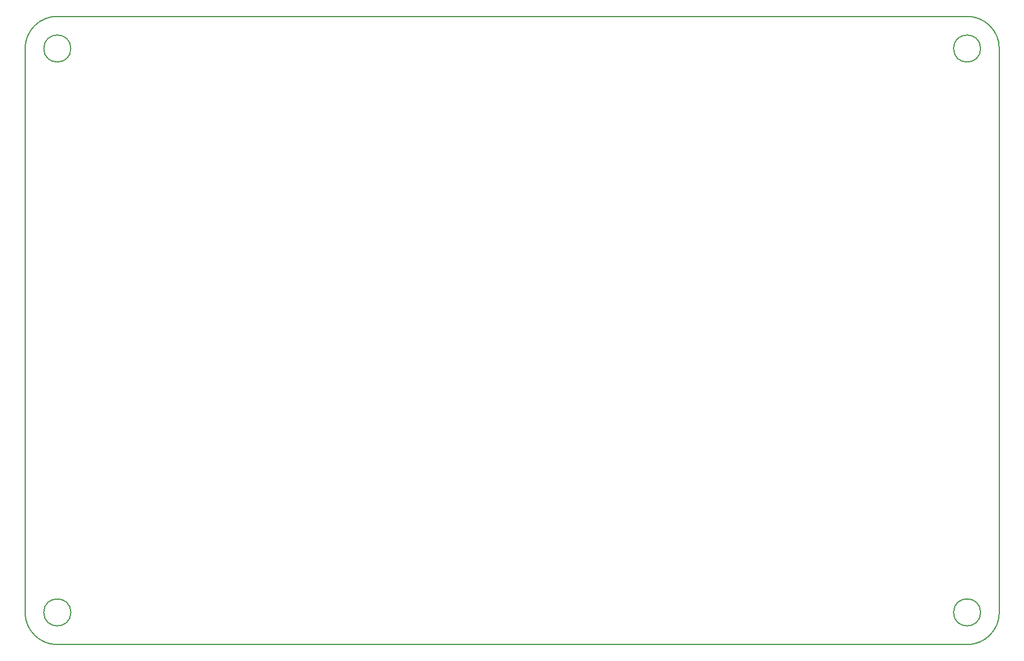
<source format=gbr>
%TF.GenerationSoftware,KiCad,Pcbnew,7.0.8*%
%TF.CreationDate,2023-12-07T17:58:44-07:00*%
%TF.ProjectId,GR-LRR-CONTROL-PCB,47522d4c-5252-42d4-934f-4e54524f4c2d,rev?*%
%TF.SameCoordinates,Original*%
%TF.FileFunction,Profile,NP*%
%FSLAX46Y46*%
G04 Gerber Fmt 4.6, Leading zero omitted, Abs format (unit mm)*
G04 Created by KiCad (PCBNEW 7.0.8) date 2023-12-07 17:58:44*
%MOMM*%
%LPD*%
G01*
G04 APERTURE LIST*
%TA.AperFunction,Profile*%
%ADD10C,0.200000*%
%TD*%
G04 APERTURE END LIST*
D10*
X50306500Y-126163620D02*
G75*
G03*
X50306500Y-126163620I-2000000J0D01*
G01*
X48306500Y-37981880D02*
G75*
G03*
X43544000Y-42744380I0J-4762500D01*
G01*
X50306500Y-42744380D02*
G75*
G03*
X50306500Y-42744380I-2000000J0D01*
G01*
X187491440Y-42744380D02*
X187491440Y-126163620D01*
X48306500Y-37981880D02*
X182728940Y-37981880D01*
X48306500Y-130926120D02*
X182728940Y-130926120D01*
X184728940Y-42744380D02*
G75*
G03*
X184728940Y-42744380I-2000000J0D01*
G01*
X182728940Y-130926140D02*
G75*
G03*
X187491440Y-126163620I-40J4762540D01*
G01*
X184728940Y-126163620D02*
G75*
G03*
X184728940Y-126163620I-2000000J0D01*
G01*
X187491420Y-42744380D02*
G75*
G03*
X182728940Y-37981880I-4762520J-20D01*
G01*
X43544000Y-42744380D02*
X43544000Y-126163620D01*
X43543980Y-126163620D02*
G75*
G03*
X48306500Y-130926120I4762520J20D01*
G01*
M02*

</source>
